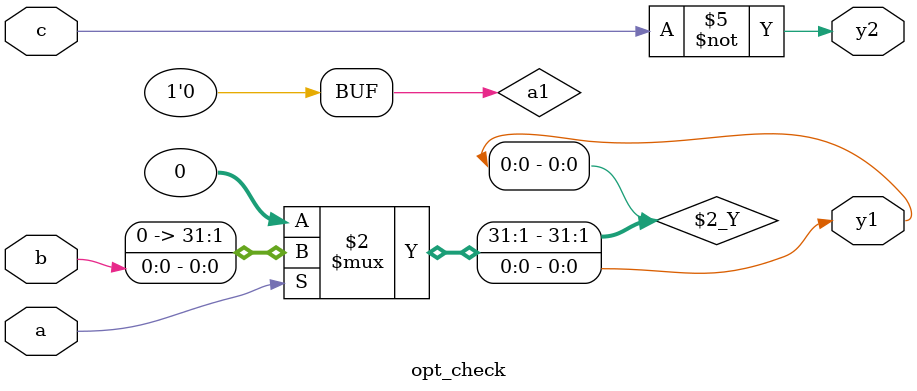
<source format=v>
module opt_check (input a , input b , input c , output y1, output y2);
wire a1;
assign y1 = a?b:0;
assign y2 = ~((a1 & b) | c);
assign a1 = 1'b0;
endmodule

</source>
